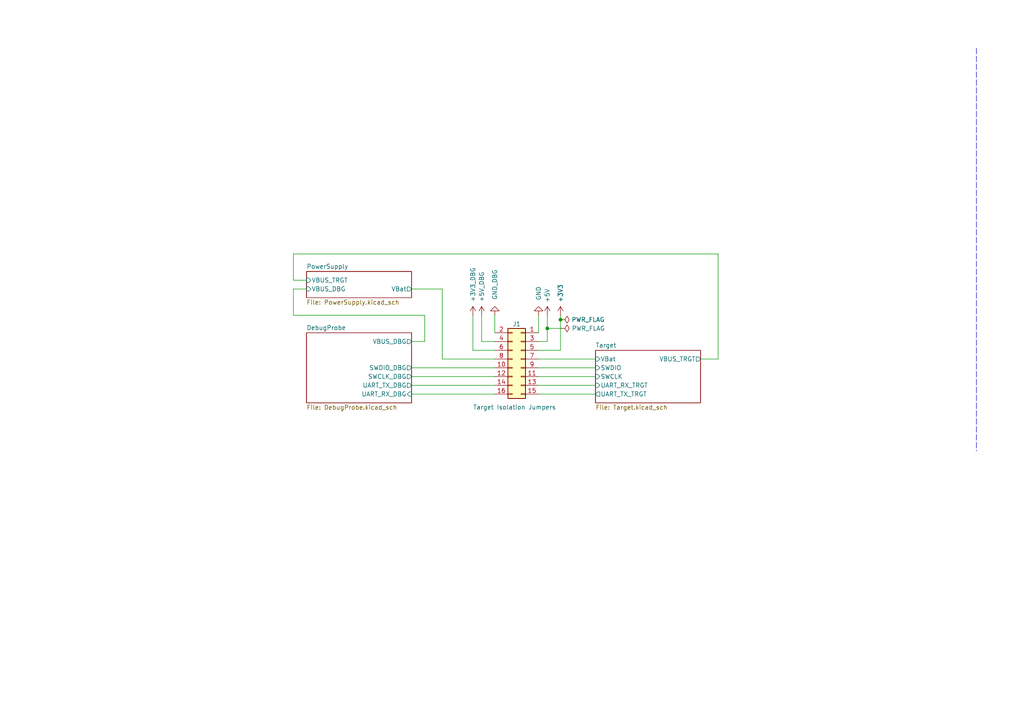
<source format=kicad_sch>
(kicad_sch (version 20231120) (generator "eeschema") (generator_version "8.0")
  (paper "A4")
  (title_block (title "RP2350 Launchpad") (date "2024-12-10") (rev "v1.0") (company "ISS Intelligent Sensor Solutions") (comment 1 "(C) 2024 A. Terstegge") (comment 2 "and integrated RP2040-based debugger") (comment 3 "A TI-style Launchpad with RP2350 MCU"))
  (lib_symbols
    (symbol "Connector_Generic:Conn_02x08_Odd_Even" (pin_names (offset 1.016) hide)
      (property "Reference" "J" (at 1.27 10.16 0))
      (property "Value" "Conn_02x08_Odd_Even" (at 1.27 -12.7 0))
      (symbol "Conn_02x08_Odd_Even_1_1"
        (rectangle (start -1.27 -10.033) (end 0 -10.287) (stroke (width 0.1524)))
        (rectangle (start -1.27 -7.493) (end 0 -7.747) (stroke (width 0.1524)))
        (rectangle (start -1.27 -4.953) (end 0 -5.207) (stroke (width 0.1524)))
        (rectangle (start -1.27 -2.413) (end 0 -2.667) (stroke (width 0.1524)))
        (rectangle (start -1.27 0.127) (end 0 -0.127) (stroke (width 0.1524)))
        (rectangle (start -1.27 2.667) (end 0 2.413) (stroke (width 0.1524)))
        (rectangle (start -1.27 5.207) (end 0 4.953) (stroke (width 0.1524)))
        (rectangle (start -1.27 7.747) (end 0 7.493) (stroke (width 0.1524)))
        (rectangle (start -1.27 8.89) (end 3.81 -11.43) (stroke (width 0.254)) (fill (type background)))
        (rectangle (start 3.81 -10.033) (end 2.54 -10.287) (stroke (width 0.1524)))
        (rectangle (start 3.81 -7.493) (end 2.54 -7.747) (stroke (width 0.1524)))
        (rectangle (start 3.81 -4.953) (end 2.54 -5.207) (stroke (width 0.1524)))
        (rectangle (start 3.81 -2.413) (end 2.54 -2.667) (stroke (width 0.1524)))
        (rectangle (start 3.81 0.127) (end 2.54 -0.127) (stroke (width 0.1524)))
        (rectangle (start 3.81 2.667) (end 2.54 2.413) (stroke (width 0.1524)))
        (rectangle (start 3.81 5.207) (end 2.54 4.953) (stroke (width 0.1524)))
        (rectangle (start 3.81 7.747) (end 2.54 7.493) (stroke (width 0.1524)))
        (pin passive line (at -5.08 7.62 0) (length 3.81) (name "Pin_1") (number "1"))
        (pin passive line (at 7.62 -2.54 180) (length 3.81) (name "Pin_10") (number "10"))
        (pin passive line (at -5.08 -5.08 0) (length 3.81) (name "Pin_11") (number "11"))
        (pin passive line (at 7.62 -5.08 180) (length 3.81) (name "Pin_12") (number "12"))
        (pin passive line (at -5.08 -7.62 0) (length 3.81) (name "Pin_13") (number "13"))
        (pin passive line (at 7.62 -7.62 180) (length 3.81) (name "Pin_14") (number "14"))
        (pin passive line (at -5.08 -10.16 0) (length 3.81) (name "Pin_15") (number "15"))
        (pin passive line (at 7.62 -10.16 180) (length 3.81) (name "Pin_16") (number "16"))
        (pin passive line (at 7.62 7.62 180) (length 3.81) (name "Pin_2") (number "2"))
        (pin passive line (at -5.08 5.08 0) (length 3.81) (name "Pin_3") (number "3"))
        (pin passive line (at 7.62 5.08 180) (length 3.81) (name "Pin_4") (number "4"))
        (pin passive line (at -5.08 2.54 0) (length 3.81) (name "Pin_5") (number "5"))
        (pin passive line (at 7.62 2.54 180) (length 3.81) (name "Pin_6") (number "6"))
        (pin passive line (at -5.08 0 0) (length 3.81) (name "Pin_7") (number "7"))
        (pin passive line (at 7.62 0 180) (length 3.81) (name "Pin_8") (number "8"))
        (pin passive line (at -5.08 -2.54 0) (length 3.81) (name "Pin_9") (number "9"))
      )
    )
    (symbol "power:+3V3" (power) (pin_numbers hide) (pin_names (offset 0) hide)
      (property "Value" "+3V3" (at 0 3.556 0))
      (symbol "+3V3_0_1"
        (polyline (pts (xy -0.762 1.27) (xy 0 2.54)))
        (polyline (pts (xy 0 0) (xy 0 2.54)))
        (polyline (pts (xy 0 2.54) (xy 0.762 1.27)))
      )
      (symbol "+3V3_1_1"
        (pin power_in line (at 0 0 90) (length 0) (name "~") (number "1"))
      )
    )
    (symbol "power:+5V" (power) (pin_numbers hide) (pin_names (offset 0) hide)
      (property "Value" "+5V" (at 0 3.556 0))
      (symbol "+5V_0_1"
        (polyline (pts (xy -0.762 1.27) (xy 0 2.54)))
        (polyline (pts (xy 0 0) (xy 0 2.54)))
        (polyline (pts (xy 0 2.54) (xy 0.762 1.27)))
      )
      (symbol "+5V_1_1"
        (pin power_in line (at 0 0 90) (length 0) (name "~") (number "1"))
      )
    )
    (symbol "power:GND" (power) (pin_numbers hide) (pin_names (offset 0) hide)
      (property "Value" "GND" (at 0 -3.81 0))
      (symbol "GND_0_1"
        (polyline (pts (xy 0 0) (xy 0 -1.27) (xy 1.27 -1.27) (xy 0 -2.54) (xy -1.27 -1.27) (xy 0 -1.27)))
      )
      (symbol "GND_1_1"
        (pin power_in line (at 0 0 270) (length 0) (name "~") (number "1"))
      )
    )
    (symbol "power:PWR_FLAG" (power) (pin_numbers hide) (pin_names (offset 0) hide)
      (property "Value" "PWR_FLAG" (at 0 3.81 0))
      (symbol "PWR_FLAG_0_0"
        (pin power_out line (at 0 0 90) (length 0) (name "~") (number "1"))
      )
      (symbol "PWR_FLAG_0_1"
        (polyline (pts (xy 0 0) (xy 0 1.27) (xy -1.016 1.905) (xy 0 2.54) (xy 1.016 1.905) (xy 0 1.27)))
      )
    )
    (symbol "rp2350b-launchpad-PCB:+3V3_DBG" (power) (pin_names (offset 0))
      (property "Value" "+3V3_DBG" (at 0 3.556 0))
      (symbol "+3V3_DBG_0_1"
        (polyline (pts (xy -0.762 1.27) (xy 0 2.54)))
        (polyline (pts (xy 0 0) (xy 0 2.54)))
        (polyline (pts (xy 0 2.54) (xy 0.762 1.27)))
      )
      (symbol "+3V3_DBG_1_1"
        (pin power_in line (at 0 0 90) (length 0) hide (name "+3V3_DBG") (number "1"))
      )
    )
    (symbol "rp2350b-launchpad-PCB:+5V_DBG" (power) (pin_names (offset 0))
      (property "Value" "+5V_DBG" (at 0 3.81 0))
      (symbol "+5V_DBG_0_1"
        (polyline (pts (xy -0.762 1.27) (xy 0 2.54)))
        (polyline (pts (xy 0 0) (xy 0 2.54)))
        (polyline (pts (xy 0 2.54) (xy 0.762 1.27)))
      )
      (symbol "+5V_DBG_1_1"
        (pin power_in line (at 0 0 90) (length 0) hide (name "+5V_DBG") (number "1"))
      )
    )
    (symbol "rp2350b-launchpad-PCB:GND_DBG" (power) (pin_names (offset 0))
      (property "Value" "GND_DBG" (at 0 -3.81 0))
      (symbol "GND_DBG_0_1"
        (polyline (pts (xy 0 0) (xy 0 -1.27) (xy 1.27 -1.27) (xy 0 -2.54) (xy -1.27 -1.27) (xy 0 -1.27)))
      )
      (symbol "GND_DBG_1_1"
        (pin power_in line (at 0 0 270) (length 0) hide (name "GND_DBG") (number "1"))
      )
    )
  )
  (junction (at 162.56 92.71))
  (junction (at 158.75 95.25))
  (wire (pts (xy 156.21 99.06) (xy 158.75 99.06)))
  (wire (pts (xy 123.19 91.44) (xy 123.19 99.06)))
  (wire (pts (xy 143.51 96.52) (xy 143.51 91.44)))
  (wire (pts (xy 88.9 81.28) (xy 85.09 81.28)))
  (wire (pts (xy 137.16 101.6) (xy 143.51 101.6)))
  (wire (pts (xy 119.38 114.3) (xy 143.51 114.3)))
  (wire (pts (xy 85.09 81.28) (xy 85.09 73.66)))
  (wire (pts (xy 156.21 106.68) (xy 172.72 106.68)))
  (wire (pts (xy 119.38 83.82) (xy 128.27 83.82)))
  (wire (pts (xy 158.75 99.06) (xy 158.75 95.25)))
  (wire (pts (xy 139.7 91.44) (xy 139.7 99.06)))
  (wire (pts (xy 88.9 83.82) (xy 85.09 83.82)))
  (wire (pts (xy 162.56 92.71) (xy 162.56 101.6)))
  (wire (pts (xy 119.38 99.06) (xy 123.19 99.06)))
  (wire (pts (xy 208.28 73.66) (xy 208.28 104.14)))
  (wire (pts (xy 128.27 104.14) (xy 143.51 104.14)))
  (wire (pts (xy 162.56 92.71) (xy 162.56 91.44)))
  (wire (pts (xy 85.09 73.66) (xy 208.28 73.66)))
  (wire (pts (xy 119.38 106.68) (xy 143.51 106.68)))
  (wire (pts (xy 85.09 91.44) (xy 123.19 91.44)))
  (wire (pts (xy 128.27 83.82) (xy 128.27 104.14)))
  (wire (pts (xy 156.21 96.52) (xy 156.21 91.44)))
  (wire (pts (xy 119.38 111.76) (xy 143.51 111.76)))
  (wire (pts (xy 162.56 95.25) (xy 158.75 95.25)))
  (wire (pts (xy 85.09 83.82) (xy 85.09 91.44)))
  (wire (pts (xy 139.7 99.06) (xy 143.51 99.06)))
  (polyline (pts (xy 283.21 13.97) (xy 283.21 130.81)) (stroke (width 0) (type dash)))
  (wire (pts (xy 156.21 104.14) (xy 172.72 104.14)))
  (wire (pts (xy 156.21 109.22) (xy 172.72 109.22)))
  (wire (pts (xy 156.21 111.76) (xy 172.72 111.76)))
  (wire (pts (xy 158.75 95.25) (xy 158.75 91.44)))
  (wire (pts (xy 119.38 109.22) (xy 143.51 109.22)))
  (wire (pts (xy 137.16 91.44) (xy 137.16 101.6)))
  (wire (pts (xy 156.21 114.3) (xy 172.72 114.3)))
  (wire (pts (xy 208.28 104.14) (xy 203.2 104.14)))
  (wire (pts (xy 156.21 101.6) (xy 162.56 101.6)))
  (symbol (lib_id "Connector_Generic:Conn_02x08_Odd_Even") (at 151.13 104.14 0) (mirror y) (unit 1)
    (property "Reference" "J1" (at 149.86 93.98 0))
    (property "Value" "Target Isolation Jumpers" (at 149.225 118.11 0))
    (property "Footprint" "Connector_PinHeader_2.54mm:PinHeader_2x08_P2.54mm_Vertical" (effects (hide yes)))
    (property "Datasheet" "wird nicht bestückt" (effects (hide yes)))
  )
  (symbol (lib_id "rp2350b-launchpad-PCB:GND_DBG") (at 143.51 91.44 180) (unit 1)
    (property "Reference" "#PWR03" (effects (hide yes)))
    (property "Value" "GND_DBG" (at 143.51 82.55 90))
    (property "Description" "Power symbol creates a global label with name \"GND\" , ground" (effects (hide yes)))
  )
  (symbol (lib_id "rp2350b-launchpad-PCB:+3V3_DBG") (at 137.16 91.44 0) (unit 1)
    (property "Reference" "#PWR01" (effects (hide yes)))
    (property "Value" "+3V3_DBG" (at 137.16 82.55 90))
    (property "Description" "Power symbol creates a global label with name \"+3V3\"" (effects (hide yes)))
  )
  (symbol (lib_id "rp2350b-launchpad-PCB:+5V_DBG") (at 139.7 91.44 0) (unit 1)
    (property "Reference" "#PWR02" (effects (hide yes)))
    (property "Value" "+5V_DBG" (at 139.7 83.185 90))
    (property "Description" "Power symbol creates a global label with name \"+5V\"" (effects (hide yes)))
  )
  (symbol (lib_id "power:+3V3") (at 162.56 91.44 0) (unit 1)
    (property "Reference" "#PWR06" (effects (hide yes)))
    (property "Value" "+3V3" (at 162.56 85.09 90))
    (property "Description" "Power symbol creates a global label with name \"+3V3\"" (effects (hide yes)))
  )
  (symbol (lib_id "power:GND") (at 156.21 91.44 180) (unit 1)
    (property "Reference" "#PWR04" (effects (hide yes)))
    (property "Value" "GND" (at 156.21 85.09 90))
    (property "Description" "Power symbol creates a global label with name \"GND\" , ground" (effects (hide yes)))
  )
  (symbol (lib_id "power:+5V") (at 158.75 91.44 0) (unit 1)
    (property "Reference" "#PWR05" (effects (hide yes)))
    (property "Value" "+5V" (at 158.75 85.725 90))
    (property "Description" "Power symbol creates a global label with name \"+5V\"" (effects (hide yes)))
  )
  (symbol (lib_id "power:PWR_FLAG") (at 162.56 92.71 270) (unit 1)
    (property "Reference" "#FLG01" (effects (hide yes)))
    (property "Value" "PWR_FLAG" (at 165.735 92.71 90) (effects (justify left)))
    (property "Description" "Special symbol for telling ERC where power comes from" (effects (hide yes)))
  )
  (symbol (lib_id "power:PWR_FLAG") (at 162.56 95.25 270) (unit 1)
    (property "Reference" "#FLG02" (effects (hide yes)))
    (property "Value" "PWR_FLAG" (at 165.8112 95.25 90) (effects (justify left)))
    (property "Description" "Special symbol for telling ERC where power comes from" (effects (hide yes)))
  )
  (sheet (at 88.9 96.52) (size 30.48 20.32)
    (property "Sheetname" "DebugProbe" (at 88.9 95.8084 0) (effects (justify left bottom)))
    (property "Sheetfile" "DebugProbe.kicad_sch" (at 88.9 117.4246 0) (effects (justify left top)))
    (pin "VBUS_DBG" output (at 119.38 99.06 0))
    (pin "SWCLK_DBG" output (at 119.38 109.22 0))
    (pin "SWDIO_DBG" output (at 119.38 106.68 0))
    (pin "UART_TX_DBG" output (at 119.38 111.76 0))
    (pin "UART_RX_DBG" input (at 119.38 114.3 0))
  )
  (sheet (at 172.72 101.6) (size 30.48 15.24)
    (property "Sheetname" "Target" (at 172.72 100.8884 0) (effects (justify left bottom)))
    (property "Sheetfile" "Target.kicad_sch" (at 172.72 117.4246 0) (effects (justify left top)))
    (pin "SWCLK" input (at 172.72 109.22 180))
    (pin "SWDIO" input (at 172.72 106.68 180))
    (pin "UART_TX_TRGT" output (at 172.72 114.3 180))
    (pin "UART_RX_TRGT" input (at 172.72 111.76 180))
    (pin "VBUS_TRGT" output (at 203.2 104.14 0))
    (pin "VBat" input (at 172.72 104.14 180))
  )
  (sheet (at 88.9 78.74) (size 30.48 7.62)
    (property "Sheetname" "PowerSupply" (at 88.9 78.0284 0) (effects (justify left bottom)))
    (property "Sheetfile" "PowerSupply.kicad_sch" (at 88.9 86.9446 0) (effects (justify left top)))
    (pin "VBUS_DBG" input (at 88.9 83.82 180))
    (pin "VBUS_TRGT" input (at 88.9 81.28 180))
    (pin "VBat" output (at 119.38 83.82 0))
  )
)
</source>
